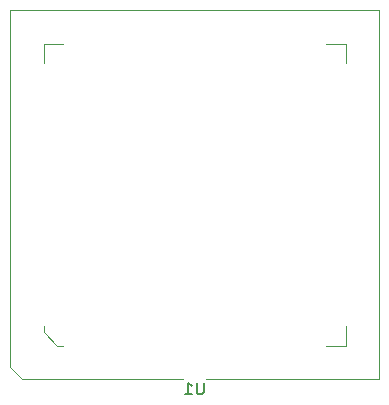
<source format=gbr>
%TF.GenerationSoftware,KiCad,Pcbnew,(5.1.6)-1*%
%TF.CreationDate,2023-06-21T17:15:11-04:00*%
%TF.ProjectId,PLCC68-to-PGA,504c4343-3638-42d7-946f-2d5047412e6b,rev?*%
%TF.SameCoordinates,Original*%
%TF.FileFunction,Legend,Bot*%
%TF.FilePolarity,Positive*%
%FSLAX46Y46*%
G04 Gerber Fmt 4.6, Leading zero omitted, Abs format (unit mm)*
G04 Created by KiCad (PCBNEW (5.1.6)-1) date 2023-06-21 17:15:11*
%MOMM*%
%LPD*%
G01*
G04 APERTURE LIST*
%ADD10C,0.100000*%
%ADD11C,0.120000*%
%ADD12C,0.150000*%
G04 APERTURE END LIST*
D10*
%TO.C,U1*%
X188674920Y-75241240D02*
X188674920Y-76891240D01*
X187024920Y-75241240D02*
X188674920Y-75241240D01*
X163104920Y-75241240D02*
X163104920Y-76891240D01*
X164754920Y-75241240D02*
X163104920Y-75241240D01*
X188674920Y-100811240D02*
X188674920Y-99161240D01*
X187024920Y-100811240D02*
X188674920Y-100811240D01*
X163104920Y-99661240D02*
X163104920Y-99161240D01*
X164254920Y-100811240D02*
X163104920Y-99661240D01*
X164754920Y-100811240D02*
X164254920Y-100811240D01*
D11*
X191514920Y-103651240D02*
X176889920Y-103651240D01*
X191514920Y-72401240D02*
X191514920Y-103651240D01*
X160264920Y-72401240D02*
X191514920Y-72401240D01*
X160264920Y-102651240D02*
X160264920Y-72401240D01*
X161264920Y-103651240D02*
X160264920Y-102651240D01*
X174889920Y-103651240D02*
X161264920Y-103651240D01*
D12*
X176651824Y-103953620D02*
X176651824Y-104763144D01*
X176604205Y-104858382D01*
X176556586Y-104906001D01*
X176461348Y-104953620D01*
X176270872Y-104953620D01*
X176175634Y-104906001D01*
X176128015Y-104858382D01*
X176080396Y-104763144D01*
X176080396Y-103953620D01*
X175080396Y-104953620D02*
X175651824Y-104953620D01*
X175366110Y-104953620D02*
X175366110Y-103953620D01*
X175461348Y-104096478D01*
X175556586Y-104191716D01*
X175651824Y-104239335D01*
%TD*%
M02*

</source>
